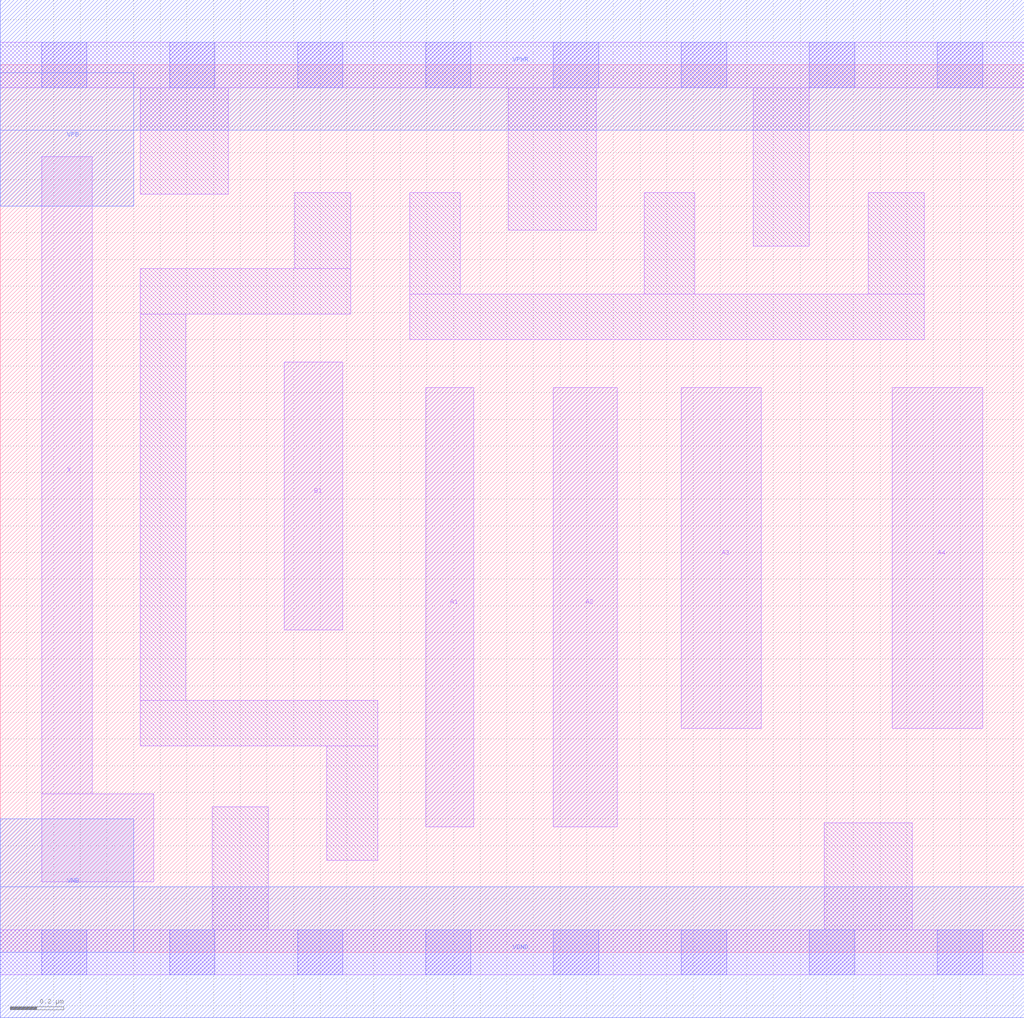
<source format=lef>
# Copyright 2020 The SkyWater PDK Authors
#
# Licensed under the Apache License, Version 2.0 (the "License");
# you may not use this file except in compliance with the License.
# You may obtain a copy of the License at
#
#     https://www.apache.org/licenses/LICENSE-2.0
#
# Unless required by applicable law or agreed to in writing, software
# distributed under the License is distributed on an "AS IS" BASIS,
# WITHOUT WARRANTIES OR CONDITIONS OF ANY KIND, either express or implied.
# See the License for the specific language governing permissions and
# limitations under the License.
#
# SPDX-License-Identifier: Apache-2.0

VERSION 5.5 ;
NAMESCASESENSITIVE ON ;
BUSBITCHARS "[]" ;
DIVIDERCHAR "/" ;
MACRO sky130_fd_sc_lp__a41o_m
  CLASS CORE ;
  SOURCE USER ;
  ORIGIN  0.000000  0.000000 ;
  SIZE  3.840000 BY  3.330000 ;
  SYMMETRY X Y R90 ;
  SITE unit ;
  PIN A1
    ANTENNAGATEAREA  0.126000 ;
    DIRECTION INPUT ;
    USE SIGNAL ;
    PORT
      LAYER li1 ;
        RECT 1.595000 0.470000 1.775000 2.120000 ;
    END
  END A1
  PIN A2
    ANTENNAGATEAREA  0.126000 ;
    DIRECTION INPUT ;
    USE SIGNAL ;
    PORT
      LAYER li1 ;
        RECT 2.075000 0.470000 2.315000 2.120000 ;
    END
  END A2
  PIN A3
    ANTENNAGATEAREA  0.126000 ;
    DIRECTION INPUT ;
    USE SIGNAL ;
    PORT
      LAYER li1 ;
        RECT 2.555000 0.840000 2.855000 2.120000 ;
    END
  END A3
  PIN A4
    ANTENNAGATEAREA  0.126000 ;
    DIRECTION INPUT ;
    USE SIGNAL ;
    PORT
      LAYER li1 ;
        RECT 3.345000 0.840000 3.685000 2.120000 ;
    END
  END A4
  PIN B1
    ANTENNAGATEAREA  0.126000 ;
    DIRECTION INPUT ;
    USE SIGNAL ;
    PORT
      LAYER li1 ;
        RECT 1.065000 1.210000 1.285000 2.215000 ;
    END
  END B1
  PIN X
    ANTENNADIFFAREA  0.222600 ;
    DIRECTION OUTPUT ;
    USE SIGNAL ;
    PORT
      LAYER li1 ;
        RECT 0.155000 0.265000 0.575000 0.595000 ;
        RECT 0.155000 0.595000 0.345000 2.985000 ;
    END
  END X
  PIN VGND
    DIRECTION INOUT ;
    USE GROUND ;
    PORT
      LAYER met1 ;
        RECT 0.000000 -0.245000 3.840000 0.245000 ;
    END
  END VGND
  PIN VNB
    DIRECTION INOUT ;
    USE GROUND ;
    PORT
    END
  END VNB
  PIN VPB
    DIRECTION INOUT ;
    USE POWER ;
    PORT
    END
  END VPB
  PIN VNB
    DIRECTION INOUT ;
    USE GROUND ;
    PORT
      LAYER met1 ;
        RECT 0.000000 0.000000 0.500000 0.500000 ;
    END
  END VNB
  PIN VPB
    DIRECTION INOUT ;
    USE POWER ;
    PORT
      LAYER met1 ;
        RECT 0.000000 2.800000 0.500000 3.300000 ;
    END
  END VPB
  PIN VPWR
    DIRECTION INOUT ;
    USE POWER ;
    PORT
      LAYER met1 ;
        RECT 0.000000 3.085000 3.840000 3.575000 ;
    END
  END VPWR
  OBS
    LAYER li1 ;
      RECT 0.000000 -0.085000 3.840000 0.085000 ;
      RECT 0.000000  3.245000 3.840000 3.415000 ;
      RECT 0.525000  0.775000 1.415000 0.945000 ;
      RECT 0.525000  0.945000 0.695000 2.395000 ;
      RECT 0.525000  2.395000 1.315000 2.565000 ;
      RECT 0.525000  2.845000 0.855000 3.245000 ;
      RECT 0.795000  0.085000 1.005000 0.545000 ;
      RECT 1.105000  2.565000 1.315000 2.850000 ;
      RECT 1.225000  0.345000 1.415000 0.775000 ;
      RECT 1.535000  2.300000 3.465000 2.470000 ;
      RECT 1.535000  2.470000 1.725000 2.850000 ;
      RECT 1.905000  2.710000 2.235000 3.245000 ;
      RECT 2.415000  2.470000 2.605000 2.850000 ;
      RECT 2.825000  2.650000 3.035000 3.245000 ;
      RECT 3.090000  0.085000 3.420000 0.485000 ;
      RECT 3.255000  2.470000 3.465000 2.850000 ;
    LAYER mcon ;
      RECT 0.155000 -0.085000 0.325000 0.085000 ;
      RECT 0.155000  3.245000 0.325000 3.415000 ;
      RECT 0.635000 -0.085000 0.805000 0.085000 ;
      RECT 0.635000  3.245000 0.805000 3.415000 ;
      RECT 1.115000 -0.085000 1.285000 0.085000 ;
      RECT 1.115000  3.245000 1.285000 3.415000 ;
      RECT 1.595000 -0.085000 1.765000 0.085000 ;
      RECT 1.595000  3.245000 1.765000 3.415000 ;
      RECT 2.075000 -0.085000 2.245000 0.085000 ;
      RECT 2.075000  3.245000 2.245000 3.415000 ;
      RECT 2.555000 -0.085000 2.725000 0.085000 ;
      RECT 2.555000  3.245000 2.725000 3.415000 ;
      RECT 3.035000 -0.085000 3.205000 0.085000 ;
      RECT 3.035000  3.245000 3.205000 3.415000 ;
      RECT 3.515000 -0.085000 3.685000 0.085000 ;
      RECT 3.515000  3.245000 3.685000 3.415000 ;
  END
END sky130_fd_sc_lp__a41o_m
END LIBRARY

</source>
